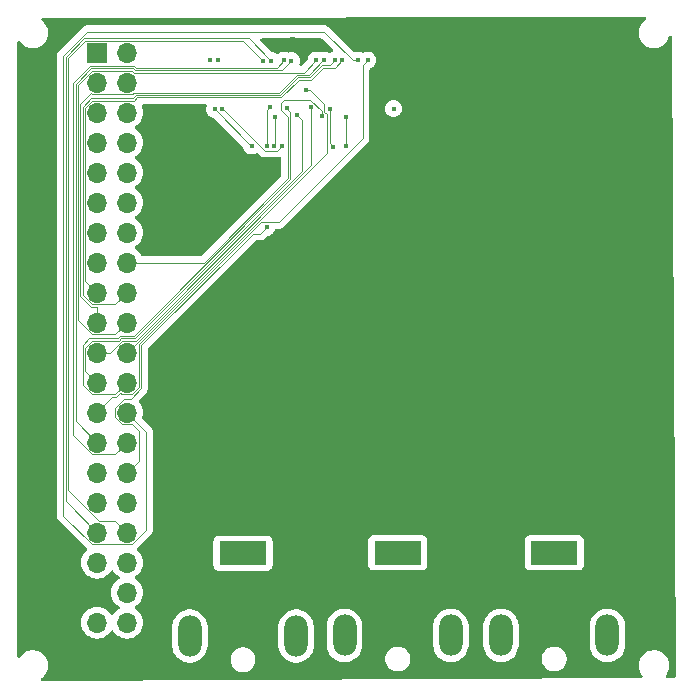
<source format=gbr>
G04 #@! TF.GenerationSoftware,KiCad,Pcbnew,9.0.5*
G04 #@! TF.CreationDate,2025-10-28T18:45:17-07:00*
G04 #@! TF.ProjectId,iris-128b-adapter,69726973-2d31-4323-9862-2d6164617074,rev?*
G04 #@! TF.SameCoordinates,Original*
G04 #@! TF.FileFunction,Copper,L4,Bot*
G04 #@! TF.FilePolarity,Positive*
%FSLAX46Y46*%
G04 Gerber Fmt 4.6, Leading zero omitted, Abs format (unit mm)*
G04 Created by KiCad (PCBNEW 9.0.5) date 2025-10-28 18:45:17*
%MOMM*%
%LPD*%
G01*
G04 APERTURE LIST*
G04 #@! TA.AperFunction,ComponentPad*
%ADD10R,4.000000X2.000000*%
G04 #@! TD*
G04 #@! TA.AperFunction,ComponentPad*
%ADD11O,3.300000X2.000000*%
G04 #@! TD*
G04 #@! TA.AperFunction,ComponentPad*
%ADD12O,2.000000X3.500000*%
G04 #@! TD*
G04 #@! TA.AperFunction,ComponentPad*
%ADD13R,1.700000X1.700000*%
G04 #@! TD*
G04 #@! TA.AperFunction,ComponentPad*
%ADD14O,1.700000X1.700000*%
G04 #@! TD*
G04 #@! TA.AperFunction,ViaPad*
%ADD15C,0.450000*%
G04 #@! TD*
G04 #@! TA.AperFunction,ViaPad*
%ADD16C,0.500000*%
G04 #@! TD*
G04 #@! TA.AperFunction,ViaPad*
%ADD17C,0.600000*%
G04 #@! TD*
G04 #@! TA.AperFunction,Conductor*
%ADD18C,0.101600*%
G04 #@! TD*
G04 APERTURE END LIST*
D10*
X152650000Y-117950000D03*
D11*
X152650000Y-123950000D03*
D12*
X148150000Y-124950000D03*
X157150000Y-124950000D03*
D10*
X139400000Y-117950000D03*
D11*
X139400000Y-123950000D03*
D12*
X134900000Y-124950000D03*
X143900000Y-124950000D03*
D13*
X113950000Y-75605000D03*
D14*
X116490000Y-75605000D03*
X113950000Y-78145000D03*
X116490000Y-78145000D03*
X113950000Y-80685000D03*
X116490000Y-80685000D03*
X113950000Y-83225000D03*
X116490000Y-83225000D03*
X113950000Y-85765000D03*
X116490000Y-85765000D03*
X113950000Y-88305000D03*
X116490000Y-88305000D03*
X113950000Y-90845000D03*
X116490000Y-90845000D03*
X113950000Y-93385000D03*
X116490000Y-93385000D03*
X113950000Y-95925000D03*
X116490000Y-95925000D03*
X113950000Y-98465000D03*
X116490000Y-98465000D03*
X113950000Y-101005000D03*
X116490000Y-101005000D03*
X113950000Y-103545000D03*
X116490000Y-103545000D03*
X113950000Y-106085000D03*
X116490000Y-106085000D03*
X113950000Y-108625000D03*
X116490000Y-108625000D03*
X113950000Y-111165000D03*
X116490000Y-111165000D03*
X113950000Y-113705000D03*
X116490000Y-113705000D03*
X113950000Y-116245000D03*
X116490000Y-116245000D03*
X113950000Y-118785000D03*
X116490000Y-118785000D03*
X113950000Y-121325000D03*
X116490000Y-121325000D03*
X113950000Y-123865000D03*
X116490000Y-123865000D03*
D10*
X126300000Y-118000000D03*
D11*
X126300000Y-124000000D03*
D12*
X121800000Y-125000000D03*
X130800000Y-125000000D03*
D15*
X133950000Y-83600000D03*
X135050000Y-81100000D03*
X133650000Y-80350000D03*
X135050000Y-83550000D03*
X136850000Y-76250000D03*
D16*
X121000000Y-113375000D03*
X128700000Y-92300000D03*
X120850000Y-104000000D03*
D15*
X158457825Y-87217500D03*
D17*
X134575000Y-113525000D03*
X146750000Y-74600000D03*
D16*
X134750000Y-92300000D03*
X140350000Y-81850000D03*
X120125000Y-80925000D03*
X128225000Y-103975000D03*
D17*
X128325000Y-113450000D03*
X130500000Y-74550000D03*
D16*
X120825000Y-92225000D03*
D17*
X142425000Y-113350000D03*
D16*
X134125000Y-103875000D03*
D17*
X155975000Y-74625000D03*
D15*
X130400000Y-76300000D03*
X132500000Y-76250000D03*
X134100477Y-76226017D03*
X139050000Y-80350000D03*
X130025000Y-80325000D03*
X128700000Y-76300000D03*
X128000000Y-76300000D03*
X132050000Y-80250000D03*
X129050000Y-81025000D03*
X128950000Y-83500000D03*
X134700000Y-76250000D03*
X131600000Y-78750000D03*
X129600000Y-83500000D03*
X124550000Y-80400000D03*
X123550000Y-76250000D03*
X136050000Y-76250000D03*
X132953668Y-81016259D03*
X129800000Y-76250000D03*
X128550000Y-80250000D03*
X128300000Y-90400000D03*
X128300000Y-83500000D03*
X124150003Y-76250000D03*
X133175000Y-76250000D03*
X130875000Y-80900000D03*
X123900000Y-80400000D03*
X127050000Y-83500000D03*
D18*
X133650000Y-83300000D02*
X133650000Y-80550000D01*
X133650000Y-80550000D02*
X133750000Y-80450000D01*
X133950000Y-83600000D02*
X133650000Y-83300000D01*
X135050000Y-83550000D02*
X135050000Y-81100000D01*
X115249400Y-104750600D02*
X113950000Y-106050000D01*
X116074792Y-104547400D02*
X115924880Y-104397488D01*
X115924880Y-104397488D02*
X115571768Y-104750600D01*
X127825800Y-89974200D02*
X117492400Y-100307600D01*
X113950000Y-106050000D02*
X113950000Y-106085000D01*
X129325800Y-89974200D02*
X127825800Y-89974200D01*
X116905208Y-104547400D02*
X116074792Y-104547400D01*
X136850000Y-76250000D02*
X136450000Y-76650000D01*
X117492400Y-100307600D02*
X117492400Y-103960208D01*
X117492400Y-103960208D02*
X116905208Y-104547400D01*
X136450000Y-82850000D02*
X129325800Y-89974200D01*
X136450000Y-76650000D02*
X136450000Y-82850000D01*
X115571768Y-104750600D02*
X115249400Y-104750600D01*
X129603200Y-77096800D02*
X117146776Y-77096800D01*
X113450624Y-76939400D02*
X112134800Y-78255224D01*
X112134800Y-78255224D02*
X112134800Y-106809800D01*
X112134800Y-106809800D02*
X113950000Y-108625000D01*
X116989376Y-76939400D02*
X113450624Y-76939400D01*
X117146776Y-77096800D02*
X116989376Y-76939400D01*
X130400000Y-76300000D02*
X129603200Y-77096800D01*
X132500000Y-76250000D02*
X131450000Y-77300000D01*
X117062608Y-77300000D02*
X116905208Y-77142600D01*
X112338000Y-78339392D02*
X112338000Y-98270608D01*
X116905208Y-77142600D02*
X113534792Y-77142600D01*
X115487600Y-99467400D02*
X116490000Y-98465000D01*
X112338000Y-98270608D02*
X113534792Y-99467400D01*
X113534792Y-99467400D02*
X115487600Y-99467400D01*
X113534792Y-77142600D02*
X112338000Y-78339392D01*
X131450000Y-77300000D02*
X117062608Y-77300000D01*
X116989376Y-79479400D02*
X113450624Y-79479400D01*
X112744400Y-96137008D02*
X113534792Y-96927400D01*
X130930968Y-77706400D02*
X129434168Y-79203200D01*
X132963741Y-76675800D02*
X131933141Y-77706400D01*
X113450624Y-79479400D02*
X112744400Y-80185624D01*
X117265576Y-79203200D02*
X116989376Y-79479400D01*
X129434168Y-79203200D02*
X117265576Y-79203200D01*
X131933141Y-77706400D02*
X130930968Y-77706400D01*
X133650694Y-76675800D02*
X132963741Y-76675800D01*
X115487600Y-96927400D02*
X116490000Y-95925000D01*
X134100477Y-76226017D02*
X133650694Y-76675800D01*
X113534792Y-96927400D02*
X115487600Y-96927400D01*
X112744400Y-80185624D02*
X112744400Y-96137008D01*
X130300000Y-80600000D02*
X130050000Y-80350000D01*
X116490000Y-103545000D02*
X115487600Y-104547400D01*
X113534792Y-104547400D02*
X112744400Y-103757008D01*
X112744400Y-100355600D02*
X113303200Y-99796800D01*
X115879064Y-99596200D02*
X117036696Y-99596200D01*
X130050000Y-80350000D02*
X130050000Y-80200000D01*
X130300000Y-86332896D02*
X130300000Y-80600000D01*
X113303200Y-99796800D02*
X115678464Y-99796800D01*
X117036696Y-99596200D02*
X130300000Y-86332896D01*
X115678464Y-99796800D02*
X115879064Y-99596200D01*
X115487600Y-104547400D02*
X113534792Y-104547400D01*
X112744400Y-103757008D02*
X112744400Y-100355600D01*
X128700000Y-76300000D02*
X126799400Y-74399400D01*
X112863432Y-74399400D02*
X111303200Y-75959632D01*
X126799400Y-74399400D02*
X112863432Y-74399400D01*
X111303200Y-113598200D02*
X113950000Y-116245000D01*
X111303200Y-75959632D02*
X111303200Y-113598200D01*
X115487600Y-115242600D02*
X116490000Y-116245000D01*
X111506400Y-112679008D02*
X114069992Y-115242600D01*
X126302600Y-74602600D02*
X112947600Y-74602600D01*
X111506400Y-76043800D02*
X111506400Y-112679008D01*
X128000000Y-76300000D02*
X126302600Y-74602600D01*
X114069992Y-115242600D02*
X115487600Y-115242600D01*
X112947600Y-74602600D02*
X111506400Y-76043800D01*
X117205032Y-100002600D02*
X132050000Y-85157632D01*
X132050000Y-85157632D02*
X132050000Y-80300000D01*
X115045000Y-101005000D02*
X116047400Y-100002600D01*
X116047400Y-100002600D02*
X117205032Y-100002600D01*
X113950000Y-101005000D02*
X115045000Y-101005000D01*
X129050000Y-81025000D02*
X129050000Y-83400000D01*
X129050000Y-83400000D02*
X128950000Y-83500000D01*
X113534792Y-79682600D02*
X112947600Y-80269792D01*
X132017309Y-77909600D02*
X131015136Y-77909600D01*
X131015136Y-77909600D02*
X129518336Y-79406400D01*
X134700000Y-76250000D02*
X134071000Y-76879000D01*
X112947600Y-80269792D02*
X112947600Y-94922600D01*
X117349744Y-79406400D02*
X117073544Y-79682600D01*
X133047909Y-76879000D02*
X132017309Y-77909600D01*
X117073544Y-79682600D02*
X113534792Y-79682600D01*
X134071000Y-76879000D02*
X133047909Y-76879000D01*
X112947600Y-94922600D02*
X113950000Y-95925000D01*
X129518336Y-79406400D02*
X117349744Y-79406400D01*
X133200000Y-79962632D02*
X133200000Y-80660418D01*
X131600000Y-78750000D02*
X131987368Y-78750000D01*
X133379468Y-84115532D02*
X116490000Y-101005000D01*
X131987368Y-78750000D02*
X133200000Y-79962632D01*
X133379468Y-80839886D02*
X133379468Y-84115532D01*
X133200000Y-80660418D02*
X133379468Y-80839886D01*
X129600000Y-83500000D02*
X129174200Y-83925800D01*
X129174200Y-83925800D02*
X128123627Y-83925800D01*
X128123627Y-83925800D02*
X124600000Y-80402173D01*
X113534792Y-117247400D02*
X116905208Y-117247400D01*
X118100000Y-107695000D02*
X116490000Y-106085000D01*
X136050000Y-76250000D02*
X135600000Y-76250000D01*
X111100000Y-114812608D02*
X113534792Y-117247400D01*
X133200000Y-73850000D02*
X113125464Y-73850000D01*
X118100000Y-116052608D02*
X118100000Y-107695000D01*
X135600000Y-76250000D02*
X133200000Y-73850000D01*
X111100000Y-75875464D02*
X111100000Y-114812608D01*
X113125464Y-73850000D02*
X111100000Y-75875464D01*
X116905208Y-117247400D02*
X118100000Y-116052608D01*
X129759600Y-79600000D02*
X132002173Y-79600000D01*
X122960528Y-93385000D02*
X130096800Y-86248728D01*
X116490000Y-93385000D02*
X122960528Y-93385000D01*
X129500000Y-80500000D02*
X129500000Y-79859600D01*
X129500000Y-79859600D02*
X129759600Y-79600000D01*
X130096800Y-86248728D02*
X130096800Y-81096800D01*
X130096800Y-81096800D02*
X129500000Y-80500000D01*
X132950000Y-80547827D02*
X132950000Y-80950000D01*
X132002173Y-79600000D02*
X132950000Y-80547827D01*
X117073544Y-76736200D02*
X113366456Y-76736200D01*
X117230944Y-76893600D02*
X117073544Y-76736200D01*
X111931600Y-108024208D02*
X113534792Y-109627400D01*
X129800000Y-76250000D02*
X129156400Y-76893600D01*
X129156400Y-76893600D02*
X117230944Y-76893600D01*
X111931600Y-78171056D02*
X111931600Y-108024208D01*
X113534792Y-109627400D02*
X115487600Y-109627400D01*
X113366456Y-76736200D02*
X111931600Y-78171056D01*
X115487600Y-109627400D02*
X116490000Y-108625000D01*
X116490000Y-111165000D02*
X117492400Y-110162600D01*
X128300000Y-80450000D02*
X128500000Y-80250000D01*
X117695600Y-100391768D02*
X127137368Y-90950000D01*
X127137368Y-90950000D02*
X127750000Y-90950000D01*
X117492400Y-110162600D02*
X117492400Y-107674592D01*
X128500000Y-80250000D02*
X128500000Y-80150000D01*
X116257392Y-104900000D02*
X116839976Y-104900000D01*
X115487600Y-105669792D02*
X116257392Y-104900000D01*
X127750000Y-90950000D02*
X128300000Y-90400000D01*
X116074792Y-107087400D02*
X115487600Y-106500208D01*
X117492400Y-107674592D02*
X116905208Y-107087400D01*
X117695600Y-104044376D02*
X117695600Y-100391768D01*
X116839976Y-104900000D02*
X117695600Y-104044376D01*
X128300000Y-83500000D02*
X128300000Y-80450000D01*
X116905208Y-107087400D02*
X116074792Y-107087400D01*
X115487600Y-106500208D02*
X115487600Y-105669792D01*
X133102173Y-76250000D02*
X131848973Y-77503200D01*
X116905208Y-79147400D02*
X113534792Y-79147400D01*
X113534792Y-79147400D02*
X113443696Y-79056304D01*
X133175000Y-76250000D02*
X133102173Y-76250000D01*
X130846800Y-77503200D02*
X129350000Y-79000000D01*
X112541200Y-79958800D02*
X112541200Y-96221176D01*
X131848973Y-77503200D02*
X130846800Y-77503200D01*
X112541200Y-96221176D02*
X113450624Y-97130600D01*
X113950000Y-97130600D02*
X113950000Y-98465000D01*
X117052608Y-79000000D02*
X116905208Y-79147400D01*
X113450624Y-97130600D02*
X113950000Y-97130600D01*
X113443696Y-79056304D02*
X112541200Y-79958800D01*
X129350000Y-79000000D02*
X117052608Y-79000000D01*
X115963232Y-99799400D02*
X117120864Y-99799400D01*
X112947600Y-102542600D02*
X112947600Y-100589792D01*
X115762632Y-100000000D02*
X115963232Y-99799400D01*
X131300000Y-81325000D02*
X130875000Y-80900000D01*
X131300000Y-85620264D02*
X131300000Y-81325000D01*
X117120864Y-99799400D02*
X131300000Y-85620264D01*
X112947600Y-100589792D02*
X113537392Y-100000000D01*
X113537392Y-100000000D02*
X115762632Y-100000000D01*
X113950000Y-103545000D02*
X112947600Y-102542600D01*
X123900000Y-80400000D02*
X127000000Y-83500000D01*
X127000000Y-83500000D02*
X127050000Y-83500000D01*
G04 #@! TA.AperFunction,Conductor*
G36*
X123178411Y-79977385D02*
G01*
X123224166Y-80030189D01*
X123234110Y-80099347D01*
X123228414Y-80122654D01*
X123188212Y-80237544D01*
X123169909Y-80399996D01*
X123169909Y-80400003D01*
X123188212Y-80562455D01*
X123242210Y-80716774D01*
X123329192Y-80855204D01*
X123444796Y-80970808D01*
X123583225Y-81057789D01*
X123737539Y-81111786D01*
X123737545Y-81111786D01*
X123737547Y-81111787D01*
X123801023Y-81118939D01*
X123865438Y-81146005D01*
X123874822Y-81154478D01*
X126301870Y-83581526D01*
X126335355Y-83642849D01*
X126337408Y-83655315D01*
X126338212Y-83662452D01*
X126338214Y-83662461D01*
X126392210Y-83816774D01*
X126451317Y-83910842D01*
X126479192Y-83955204D01*
X126594796Y-84070808D01*
X126733225Y-84157789D01*
X126887539Y-84211786D01*
X126887542Y-84211786D01*
X126887544Y-84211787D01*
X127049996Y-84230091D01*
X127050000Y-84230091D01*
X127050004Y-84230091D01*
X127212457Y-84211787D01*
X127212459Y-84211786D01*
X127212461Y-84211786D01*
X127366775Y-84157789D01*
X127411511Y-84129678D01*
X127478742Y-84110678D01*
X127545578Y-84131044D01*
X127565162Y-84146991D01*
X127785121Y-84366950D01*
X127910833Y-84439530D01*
X128051047Y-84477100D01*
X128051049Y-84477100D01*
X129246778Y-84477100D01*
X129246780Y-84477100D01*
X129386994Y-84439530D01*
X129386995Y-84439529D01*
X129389407Y-84438883D01*
X129459256Y-84440546D01*
X129517119Y-84479709D01*
X129544623Y-84543937D01*
X129545500Y-84558658D01*
X129545500Y-85969010D01*
X129525815Y-86036049D01*
X129509181Y-86056691D01*
X122768491Y-92797381D01*
X122707168Y-92830866D01*
X122680810Y-92833700D01*
X117802033Y-92833700D01*
X117734994Y-92814015D01*
X117689651Y-92762104D01*
X117664037Y-92707175D01*
X117664034Y-92707169D01*
X117528494Y-92513597D01*
X117361402Y-92346506D01*
X117361396Y-92346501D01*
X117175842Y-92216575D01*
X117132217Y-92161998D01*
X117125023Y-92092500D01*
X117156546Y-92030145D01*
X117175842Y-92013425D01*
X117198026Y-91997891D01*
X117361401Y-91883495D01*
X117528495Y-91716401D01*
X117664035Y-91522830D01*
X117763903Y-91308663D01*
X117825063Y-91080408D01*
X117845659Y-90845000D01*
X117825063Y-90609592D01*
X117763903Y-90381337D01*
X117664035Y-90167171D01*
X117658425Y-90159158D01*
X117528494Y-89973597D01*
X117361402Y-89806506D01*
X117361396Y-89806501D01*
X117175842Y-89676575D01*
X117132217Y-89621998D01*
X117125023Y-89552500D01*
X117156546Y-89490145D01*
X117175842Y-89473425D01*
X117247999Y-89422900D01*
X117361401Y-89343495D01*
X117528495Y-89176401D01*
X117664035Y-88982830D01*
X117763903Y-88768663D01*
X117825063Y-88540408D01*
X117845659Y-88305000D01*
X117825063Y-88069592D01*
X117763903Y-87841337D01*
X117664035Y-87627171D01*
X117658425Y-87619158D01*
X117528494Y-87433597D01*
X117361402Y-87266506D01*
X117361396Y-87266501D01*
X117175842Y-87136575D01*
X117132217Y-87081998D01*
X117125023Y-87012500D01*
X117156546Y-86950145D01*
X117175842Y-86933425D01*
X117198026Y-86917891D01*
X117361401Y-86803495D01*
X117528495Y-86636401D01*
X117664035Y-86442830D01*
X117763903Y-86228663D01*
X117825063Y-86000408D01*
X117845659Y-85765000D01*
X117825063Y-85529592D01*
X117763903Y-85301337D01*
X117664035Y-85087171D01*
X117658425Y-85079158D01*
X117528494Y-84893597D01*
X117361402Y-84726506D01*
X117361396Y-84726501D01*
X117175842Y-84596575D01*
X117132217Y-84541998D01*
X117125023Y-84472500D01*
X117156546Y-84410145D01*
X117175842Y-84393425D01*
X117213656Y-84366947D01*
X117361401Y-84263495D01*
X117528495Y-84096401D01*
X117664035Y-83902830D01*
X117763903Y-83688663D01*
X117825063Y-83460408D01*
X117845659Y-83225000D01*
X117825063Y-82989592D01*
X117763903Y-82761337D01*
X117664035Y-82547171D01*
X117658425Y-82539158D01*
X117528494Y-82353597D01*
X117361402Y-82186506D01*
X117361396Y-82186501D01*
X117175842Y-82056575D01*
X117132217Y-82001998D01*
X117125023Y-81932500D01*
X117156546Y-81870145D01*
X117175842Y-81853425D01*
X117198026Y-81837891D01*
X117361401Y-81723495D01*
X117528495Y-81556401D01*
X117664035Y-81362830D01*
X117763903Y-81148663D01*
X117825063Y-80920408D01*
X117845659Y-80685000D01*
X117844064Y-80666775D01*
X117833265Y-80543338D01*
X117825063Y-80449592D01*
X117771583Y-80250000D01*
X117763905Y-80221344D01*
X117763904Y-80221343D01*
X117763903Y-80221337D01*
X117723226Y-80134105D01*
X117712734Y-80065027D01*
X117741254Y-80001243D01*
X117799731Y-79963004D01*
X117835608Y-79957700D01*
X123111372Y-79957700D01*
X123178411Y-79977385D01*
G37*
G04 #@! TD.AperFunction*
G04 #@! TA.AperFunction,Conductor*
G36*
X132987321Y-74420985D02*
G01*
X133007963Y-74437619D01*
X133907041Y-75336697D01*
X133940526Y-75398020D01*
X133935542Y-75467712D01*
X133893670Y-75523645D01*
X133860315Y-75541420D01*
X133783700Y-75568228D01*
X133684626Y-75630481D01*
X133617389Y-75649481D01*
X133552682Y-75630481D01*
X133491774Y-75592210D01*
X133337455Y-75538212D01*
X133175004Y-75519909D01*
X133174996Y-75519909D01*
X133012544Y-75538212D01*
X132878454Y-75585132D01*
X132808675Y-75588693D01*
X132796546Y-75585132D01*
X132662455Y-75538212D01*
X132500004Y-75519909D01*
X132499996Y-75519909D01*
X132337544Y-75538212D01*
X132183225Y-75592210D01*
X132044795Y-75679192D01*
X131929192Y-75794795D01*
X131842210Y-75933225D01*
X131788214Y-76087539D01*
X131781060Y-76151026D01*
X131753992Y-76215439D01*
X131745521Y-76224821D01*
X131282738Y-76687605D01*
X131221415Y-76721090D01*
X131151724Y-76716106D01*
X131095790Y-76674235D01*
X131071373Y-76608770D01*
X131078016Y-76558969D01*
X131097644Y-76502876D01*
X131111786Y-76462461D01*
X131111786Y-76462459D01*
X131111787Y-76462457D01*
X131130091Y-76300003D01*
X131130091Y-76299996D01*
X131111787Y-76137544D01*
X131111786Y-76137542D01*
X131111786Y-76137539D01*
X131057789Y-75983225D01*
X130970808Y-75844796D01*
X130855204Y-75729192D01*
X130770155Y-75675752D01*
X130716774Y-75642210D01*
X130562455Y-75588212D01*
X130400004Y-75569909D01*
X130399996Y-75569909D01*
X130237540Y-75588213D01*
X130237539Y-75588213D01*
X130211267Y-75597406D01*
X130141488Y-75600967D01*
X130122523Y-75594222D01*
X129962455Y-75538212D01*
X129800004Y-75519909D01*
X129799996Y-75519909D01*
X129637544Y-75538212D01*
X129483225Y-75592210D01*
X129344795Y-75679192D01*
X129310852Y-75713135D01*
X129249529Y-75746620D01*
X129179837Y-75741634D01*
X129157199Y-75730446D01*
X129155205Y-75729193D01*
X129155204Y-75729192D01*
X129070155Y-75675752D01*
X129016776Y-75642211D01*
X128862455Y-75588212D01*
X128798974Y-75581060D01*
X128734560Y-75553993D01*
X128725177Y-75545521D01*
X127792637Y-74612981D01*
X127759152Y-74551658D01*
X127764136Y-74481966D01*
X127806008Y-74426033D01*
X127871472Y-74401616D01*
X127880318Y-74401300D01*
X132920282Y-74401300D01*
X132987321Y-74420985D01*
G37*
G04 #@! TD.AperFunction*
G04 #@! TA.AperFunction,Conductor*
G36*
X160393651Y-72621675D02*
G01*
X160439454Y-72674438D01*
X160449460Y-72743587D01*
X160420492Y-72807169D01*
X160399591Y-72826369D01*
X160252787Y-72933028D01*
X160252782Y-72933032D01*
X160108028Y-73077786D01*
X159987715Y-73243386D01*
X159894781Y-73425776D01*
X159831522Y-73620465D01*
X159799500Y-73822648D01*
X159799500Y-74027351D01*
X159831522Y-74229534D01*
X159894781Y-74424223D01*
X159958691Y-74549653D01*
X159987338Y-74605875D01*
X159987715Y-74606613D01*
X160108028Y-74772213D01*
X160252786Y-74916971D01*
X160407749Y-75029556D01*
X160418390Y-75037287D01*
X160534607Y-75096503D01*
X160600776Y-75130218D01*
X160600778Y-75130218D01*
X160600781Y-75130220D01*
X160673661Y-75153900D01*
X160795465Y-75193477D01*
X160896557Y-75209488D01*
X160997648Y-75225500D01*
X160997649Y-75225500D01*
X161202351Y-75225500D01*
X161202352Y-75225500D01*
X161404534Y-75193477D01*
X161599219Y-75130220D01*
X161781610Y-75037287D01*
X161874590Y-74969732D01*
X161947213Y-74916971D01*
X161947215Y-74916968D01*
X161947219Y-74916966D01*
X162091966Y-74772219D01*
X162091968Y-74772215D01*
X162091971Y-74772213D01*
X162144732Y-74699590D01*
X162212287Y-74606610D01*
X162305220Y-74424219D01*
X162367772Y-74231703D01*
X162407208Y-74174030D01*
X162471567Y-74146831D01*
X162540413Y-74158746D01*
X162591889Y-74205990D01*
X162609700Y-74269302D01*
X162924244Y-128395089D01*
X162911460Y-128450650D01*
X162908565Y-128456521D01*
X162861262Y-128507942D01*
X162798205Y-128525625D01*
X162202984Y-128528561D01*
X162136878Y-128509535D01*
X162090841Y-128456977D01*
X162080527Y-128387872D01*
X162103040Y-128331977D01*
X162173563Y-128234909D01*
X162212287Y-128181610D01*
X162305220Y-127999219D01*
X162368477Y-127804534D01*
X162400500Y-127602352D01*
X162400500Y-127397648D01*
X162368477Y-127195466D01*
X162305220Y-127000781D01*
X162305218Y-127000778D01*
X162305218Y-127000776D01*
X162252101Y-126896530D01*
X162212287Y-126818390D01*
X162199759Y-126801146D01*
X162091971Y-126652786D01*
X161947213Y-126508028D01*
X161781613Y-126387715D01*
X161781612Y-126387714D01*
X161781610Y-126387713D01*
X161724653Y-126358691D01*
X161599223Y-126294781D01*
X161404534Y-126231522D01*
X161229995Y-126203878D01*
X161202352Y-126199500D01*
X160997648Y-126199500D01*
X160973329Y-126203351D01*
X160795465Y-126231522D01*
X160600776Y-126294781D01*
X160418386Y-126387715D01*
X160252786Y-126508028D01*
X160108028Y-126652786D01*
X159987715Y-126818386D01*
X159894781Y-127000776D01*
X159831522Y-127195465D01*
X159799500Y-127397648D01*
X159799500Y-127602351D01*
X159831522Y-127804534D01*
X159894781Y-127999223D01*
X159987712Y-128181609D01*
X160105511Y-128343747D01*
X160128990Y-128409554D01*
X160113164Y-128477608D01*
X160063058Y-128526302D01*
X160010867Y-128539374D01*
X109311163Y-128789462D01*
X109250283Y-128771856D01*
X109204314Y-128719239D01*
X109194088Y-128650121D01*
X109222854Y-128586448D01*
X109244008Y-128566952D01*
X109347219Y-128491966D01*
X109491966Y-128347219D01*
X109491968Y-128347215D01*
X109491971Y-128347213D01*
X109573563Y-128234909D01*
X109612287Y-128181610D01*
X109705220Y-127999219D01*
X109768477Y-127804534D01*
X109800500Y-127602352D01*
X109800500Y-127397648D01*
X109768477Y-127195466D01*
X109705220Y-127000781D01*
X109705218Y-127000778D01*
X109705218Y-127000776D01*
X109652101Y-126896530D01*
X109612287Y-126818390D01*
X109599759Y-126801146D01*
X109491971Y-126652786D01*
X109347213Y-126508028D01*
X109181613Y-126387715D01*
X109181612Y-126387714D01*
X109181610Y-126387713D01*
X109124653Y-126358691D01*
X108999223Y-126294781D01*
X108804534Y-126231522D01*
X108629995Y-126203878D01*
X108602352Y-126199500D01*
X108397648Y-126199500D01*
X108373329Y-126203351D01*
X108195465Y-126231522D01*
X108000776Y-126294781D01*
X107818386Y-126387715D01*
X107652786Y-126508028D01*
X107508032Y-126652782D01*
X107508028Y-126652787D01*
X107400240Y-126801146D01*
X107344910Y-126843812D01*
X107275297Y-126849791D01*
X107213502Y-126817186D01*
X107179145Y-126756347D01*
X107175922Y-126728206D01*
X107176305Y-125868097D01*
X120299500Y-125868097D01*
X120336446Y-126101368D01*
X120409433Y-126325996D01*
X120499317Y-126502402D01*
X120516657Y-126536433D01*
X120655483Y-126727510D01*
X120822490Y-126894517D01*
X121013567Y-127033343D01*
X121053059Y-127053465D01*
X121224003Y-127140566D01*
X121224005Y-127140566D01*
X121224008Y-127140568D01*
X121344412Y-127179689D01*
X121448631Y-127213553D01*
X121681903Y-127250500D01*
X121681908Y-127250500D01*
X121918097Y-127250500D01*
X122151368Y-127213553D01*
X122375992Y-127140568D01*
X122448803Y-127103469D01*
X125249500Y-127103469D01*
X125289868Y-127306412D01*
X125289870Y-127306420D01*
X125369058Y-127497596D01*
X125484024Y-127669657D01*
X125630342Y-127815975D01*
X125630345Y-127815977D01*
X125802402Y-127930941D01*
X125993580Y-128010130D01*
X126196530Y-128050499D01*
X126196534Y-128050500D01*
X126196535Y-128050500D01*
X126403466Y-128050500D01*
X126403467Y-128050499D01*
X126606420Y-128010130D01*
X126797598Y-127930941D01*
X126969655Y-127815977D01*
X127115977Y-127669655D01*
X127230941Y-127497598D01*
X127310130Y-127306420D01*
X127350500Y-127103465D01*
X127350500Y-126896535D01*
X127310130Y-126693580D01*
X127230941Y-126502402D01*
X127115977Y-126330345D01*
X127115975Y-126330342D01*
X126969657Y-126184024D01*
X126845952Y-126101368D01*
X126797598Y-126069059D01*
X126754888Y-126051368D01*
X126606420Y-125989870D01*
X126606412Y-125989868D01*
X126403469Y-125949500D01*
X126403465Y-125949500D01*
X126196535Y-125949500D01*
X126196530Y-125949500D01*
X125993587Y-125989868D01*
X125993579Y-125989870D01*
X125802403Y-126069058D01*
X125630342Y-126184024D01*
X125484024Y-126330342D01*
X125369058Y-126502403D01*
X125289870Y-126693579D01*
X125289868Y-126693587D01*
X125249500Y-126896530D01*
X125249500Y-127103469D01*
X122448803Y-127103469D01*
X122586433Y-127033343D01*
X122777510Y-126894517D01*
X122944517Y-126727510D01*
X123083343Y-126536433D01*
X123190568Y-126325992D01*
X123263553Y-126101368D01*
X123271472Y-126051368D01*
X123300500Y-125868097D01*
X129299500Y-125868097D01*
X129336446Y-126101368D01*
X129409433Y-126325996D01*
X129499317Y-126502402D01*
X129516657Y-126536433D01*
X129655483Y-126727510D01*
X129822490Y-126894517D01*
X130013567Y-127033343D01*
X130053059Y-127053465D01*
X130224003Y-127140566D01*
X130224005Y-127140566D01*
X130224008Y-127140568D01*
X130344412Y-127179689D01*
X130448631Y-127213553D01*
X130681903Y-127250500D01*
X130681908Y-127250500D01*
X130918097Y-127250500D01*
X131151368Y-127213553D01*
X131375992Y-127140568D01*
X131586433Y-127033343D01*
X131777510Y-126894517D01*
X131944517Y-126727510D01*
X132083343Y-126536433D01*
X132190568Y-126325992D01*
X132263553Y-126101368D01*
X132271472Y-126051368D01*
X132300500Y-125868097D01*
X132300500Y-125818097D01*
X133399500Y-125818097D01*
X133436446Y-126051368D01*
X133509433Y-126275996D01*
X133599317Y-126452402D01*
X133616657Y-126486433D01*
X133755483Y-126677510D01*
X133922490Y-126844517D01*
X134113567Y-126983343D01*
X134211696Y-127033342D01*
X134324003Y-127090566D01*
X134324005Y-127090566D01*
X134324008Y-127090568D01*
X134444412Y-127129689D01*
X134548631Y-127163553D01*
X134781903Y-127200500D01*
X134781908Y-127200500D01*
X135018097Y-127200500D01*
X135251368Y-127163553D01*
X135322114Y-127140566D01*
X135475992Y-127090568D01*
X135548803Y-127053469D01*
X138349500Y-127053469D01*
X138388692Y-127250500D01*
X138389870Y-127256420D01*
X138469059Y-127447598D01*
X138502468Y-127497598D01*
X138584024Y-127619657D01*
X138730342Y-127765975D01*
X138730345Y-127765977D01*
X138902402Y-127880941D01*
X139093580Y-127960130D01*
X139290095Y-127999219D01*
X139296530Y-128000499D01*
X139296534Y-128000500D01*
X139296535Y-128000500D01*
X139503466Y-128000500D01*
X139503467Y-128000499D01*
X139706420Y-127960130D01*
X139897598Y-127880941D01*
X140069655Y-127765977D01*
X140215977Y-127619655D01*
X140330941Y-127447598D01*
X140410130Y-127256420D01*
X140450500Y-127053465D01*
X140450500Y-126846535D01*
X140410130Y-126643580D01*
X140330941Y-126452402D01*
X140215977Y-126280345D01*
X140215975Y-126280342D01*
X140069657Y-126134024D01*
X139945952Y-126051368D01*
X139897598Y-126019059D01*
X139706420Y-125939870D01*
X139706412Y-125939868D01*
X139503469Y-125899500D01*
X139503465Y-125899500D01*
X139296535Y-125899500D01*
X139296530Y-125899500D01*
X139093587Y-125939868D01*
X139093579Y-125939870D01*
X138902403Y-126019058D01*
X138730342Y-126134024D01*
X138584024Y-126280342D01*
X138469058Y-126452403D01*
X138389870Y-126643579D01*
X138389868Y-126643587D01*
X138349500Y-126846530D01*
X138349500Y-127053469D01*
X135548803Y-127053469D01*
X135686433Y-126983343D01*
X135877510Y-126844517D01*
X136044517Y-126677510D01*
X136183343Y-126486433D01*
X136290568Y-126275992D01*
X136363553Y-126051368D01*
X136373294Y-125989868D01*
X136400500Y-125818097D01*
X142399500Y-125818097D01*
X142436446Y-126051368D01*
X142509433Y-126275996D01*
X142599317Y-126452402D01*
X142616657Y-126486433D01*
X142755483Y-126677510D01*
X142922490Y-126844517D01*
X143113567Y-126983343D01*
X143211696Y-127033342D01*
X143324003Y-127090566D01*
X143324005Y-127090566D01*
X143324008Y-127090568D01*
X143444412Y-127129689D01*
X143548631Y-127163553D01*
X143781903Y-127200500D01*
X143781908Y-127200500D01*
X144018097Y-127200500D01*
X144251368Y-127163553D01*
X144322114Y-127140566D01*
X144475992Y-127090568D01*
X144686433Y-126983343D01*
X144877510Y-126844517D01*
X145044517Y-126677510D01*
X145183343Y-126486433D01*
X145290568Y-126275992D01*
X145363553Y-126051368D01*
X145373294Y-125989868D01*
X145400500Y-125818097D01*
X146649500Y-125818097D01*
X146686446Y-126051368D01*
X146759433Y-126275996D01*
X146849317Y-126452402D01*
X146866657Y-126486433D01*
X147005483Y-126677510D01*
X147172490Y-126844517D01*
X147363567Y-126983343D01*
X147461696Y-127033342D01*
X147574003Y-127090566D01*
X147574005Y-127090566D01*
X147574008Y-127090568D01*
X147694412Y-127129689D01*
X147798631Y-127163553D01*
X148031903Y-127200500D01*
X148031908Y-127200500D01*
X148268097Y-127200500D01*
X148501368Y-127163553D01*
X148572114Y-127140566D01*
X148725992Y-127090568D01*
X148798803Y-127053469D01*
X151599500Y-127053469D01*
X151638692Y-127250500D01*
X151639870Y-127256420D01*
X151719059Y-127447598D01*
X151752468Y-127497598D01*
X151834024Y-127619657D01*
X151980342Y-127765975D01*
X151980345Y-127765977D01*
X152152402Y-127880941D01*
X152343580Y-127960130D01*
X152540095Y-127999219D01*
X152546530Y-128000499D01*
X152546534Y-128000500D01*
X152546535Y-128000500D01*
X152753466Y-128000500D01*
X152753467Y-128000499D01*
X152956420Y-127960130D01*
X153147598Y-127880941D01*
X153319655Y-127765977D01*
X153465977Y-127619655D01*
X153580941Y-127447598D01*
X153660130Y-127256420D01*
X153700500Y-127053465D01*
X153700500Y-126846535D01*
X153660130Y-126643580D01*
X153580941Y-126452402D01*
X153465977Y-126280345D01*
X153465975Y-126280342D01*
X153319657Y-126134024D01*
X153195952Y-126051368D01*
X153147598Y-126019059D01*
X152956420Y-125939870D01*
X152956412Y-125939868D01*
X152753469Y-125899500D01*
X152753465Y-125899500D01*
X152546535Y-125899500D01*
X152546530Y-125899500D01*
X152343587Y-125939868D01*
X152343579Y-125939870D01*
X152152403Y-126019058D01*
X151980342Y-126134024D01*
X151834024Y-126280342D01*
X151719058Y-126452403D01*
X151639870Y-126643579D01*
X151639868Y-126643587D01*
X151599500Y-126846530D01*
X151599500Y-127053469D01*
X148798803Y-127053469D01*
X148936433Y-126983343D01*
X149127510Y-126844517D01*
X149294517Y-126677510D01*
X149433343Y-126486433D01*
X149540568Y-126275992D01*
X149613553Y-126051368D01*
X149623294Y-125989868D01*
X149650500Y-125818097D01*
X155649500Y-125818097D01*
X155686446Y-126051368D01*
X155759433Y-126275996D01*
X155849317Y-126452402D01*
X155866657Y-126486433D01*
X156005483Y-126677510D01*
X156172490Y-126844517D01*
X156363567Y-126983343D01*
X156461696Y-127033342D01*
X156574003Y-127090566D01*
X156574005Y-127090566D01*
X156574008Y-127090568D01*
X156694412Y-127129689D01*
X156798631Y-127163553D01*
X157031903Y-127200500D01*
X157031908Y-127200500D01*
X157268097Y-127200500D01*
X157501368Y-127163553D01*
X157572114Y-127140566D01*
X157725992Y-127090568D01*
X157936433Y-126983343D01*
X158127510Y-126844517D01*
X158294517Y-126677510D01*
X158433343Y-126486433D01*
X158540568Y-126275992D01*
X158613553Y-126051368D01*
X158623294Y-125989868D01*
X158650500Y-125818097D01*
X158650500Y-124081902D01*
X158613553Y-123848631D01*
X158556812Y-123674003D01*
X158540568Y-123624008D01*
X158540566Y-123624005D01*
X158540566Y-123624003D01*
X158433342Y-123413566D01*
X158418376Y-123392967D01*
X158294517Y-123222490D01*
X158127510Y-123055483D01*
X157936433Y-122916657D01*
X157725996Y-122809433D01*
X157501368Y-122736446D01*
X157268097Y-122699500D01*
X157268092Y-122699500D01*
X157031908Y-122699500D01*
X157031903Y-122699500D01*
X156798631Y-122736446D01*
X156574003Y-122809433D01*
X156363566Y-122916657D01*
X156257666Y-122993599D01*
X156172490Y-123055483D01*
X156172488Y-123055485D01*
X156172487Y-123055485D01*
X156005485Y-123222487D01*
X156005485Y-123222488D01*
X156005483Y-123222490D01*
X155969158Y-123272487D01*
X155866657Y-123413566D01*
X155759433Y-123624003D01*
X155686446Y-123848631D01*
X155649500Y-124081902D01*
X155649500Y-125818097D01*
X149650500Y-125818097D01*
X149650500Y-124081902D01*
X149613553Y-123848631D01*
X149556812Y-123674003D01*
X149540568Y-123624008D01*
X149540566Y-123624005D01*
X149540566Y-123624003D01*
X149433342Y-123413566D01*
X149418376Y-123392967D01*
X149294517Y-123222490D01*
X149127510Y-123055483D01*
X148936433Y-122916657D01*
X148725996Y-122809433D01*
X148501368Y-122736446D01*
X148268097Y-122699500D01*
X148268092Y-122699500D01*
X148031908Y-122699500D01*
X148031903Y-122699500D01*
X147798631Y-122736446D01*
X147574003Y-122809433D01*
X147363566Y-122916657D01*
X147257666Y-122993599D01*
X147172490Y-123055483D01*
X147172488Y-123055485D01*
X147172487Y-123055485D01*
X147005485Y-123222487D01*
X147005485Y-123222488D01*
X147005483Y-123222490D01*
X146969158Y-123272487D01*
X146866657Y-123413566D01*
X146759433Y-123624003D01*
X146686446Y-123848631D01*
X146649500Y-124081902D01*
X146649500Y-125818097D01*
X145400500Y-125818097D01*
X145400500Y-124081902D01*
X145363553Y-123848631D01*
X145306812Y-123674003D01*
X145290568Y-123624008D01*
X145290566Y-123624005D01*
X145290566Y-123624003D01*
X145183342Y-123413566D01*
X145168376Y-123392967D01*
X145044517Y-123222490D01*
X144877510Y-123055483D01*
X144686433Y-122916657D01*
X144475996Y-122809433D01*
X144251368Y-122736446D01*
X144018097Y-122699500D01*
X144018092Y-122699500D01*
X143781908Y-122699500D01*
X143781903Y-122699500D01*
X143548631Y-122736446D01*
X143324003Y-122809433D01*
X143113566Y-122916657D01*
X143007666Y-122993599D01*
X142922490Y-123055483D01*
X142922488Y-123055485D01*
X142922487Y-123055485D01*
X142755485Y-123222487D01*
X142755485Y-123222488D01*
X142755483Y-123222490D01*
X142719158Y-123272487D01*
X142616657Y-123413566D01*
X142509433Y-123624003D01*
X142436446Y-123848631D01*
X142399500Y-124081902D01*
X142399500Y-125818097D01*
X136400500Y-125818097D01*
X136400500Y-124081902D01*
X136363553Y-123848631D01*
X136306812Y-123674003D01*
X136290568Y-123624008D01*
X136290566Y-123624005D01*
X136290566Y-123624003D01*
X136183342Y-123413566D01*
X136168376Y-123392967D01*
X136044517Y-123222490D01*
X135877510Y-123055483D01*
X135686433Y-122916657D01*
X135475996Y-122809433D01*
X135251368Y-122736446D01*
X135018097Y-122699500D01*
X135018092Y-122699500D01*
X134781908Y-122699500D01*
X134781903Y-122699500D01*
X134548631Y-122736446D01*
X134324003Y-122809433D01*
X134113566Y-122916657D01*
X134007666Y-122993599D01*
X133922490Y-123055483D01*
X133922488Y-123055485D01*
X133922487Y-123055485D01*
X133755485Y-123222487D01*
X133755485Y-123222488D01*
X133755483Y-123222490D01*
X133719158Y-123272487D01*
X133616657Y-123413566D01*
X133509433Y-123624003D01*
X133436446Y-123848631D01*
X133399500Y-124081902D01*
X133399500Y-125818097D01*
X132300500Y-125818097D01*
X132300500Y-124131902D01*
X132263553Y-123898631D01*
X132190566Y-123674003D01*
X132083342Y-123463566D01*
X131944517Y-123272490D01*
X131777510Y-123105483D01*
X131586433Y-122966657D01*
X131375996Y-122859433D01*
X131151368Y-122786446D01*
X130918097Y-122749500D01*
X130918092Y-122749500D01*
X130681908Y-122749500D01*
X130681903Y-122749500D01*
X130448631Y-122786446D01*
X130224003Y-122859433D01*
X130013566Y-122966657D01*
X129904550Y-123045862D01*
X129822490Y-123105483D01*
X129822488Y-123105485D01*
X129822487Y-123105485D01*
X129655485Y-123272487D01*
X129655485Y-123272488D01*
X129655483Y-123272490D01*
X129595862Y-123354550D01*
X129516657Y-123463566D01*
X129409433Y-123674003D01*
X129336446Y-123898631D01*
X129299500Y-124131902D01*
X129299500Y-125868097D01*
X123300500Y-125868097D01*
X123300500Y-124131902D01*
X123263553Y-123898631D01*
X123190566Y-123674003D01*
X123083342Y-123463566D01*
X122944517Y-123272490D01*
X122777510Y-123105483D01*
X122586433Y-122966657D01*
X122375996Y-122859433D01*
X122151368Y-122786446D01*
X121918097Y-122749500D01*
X121918092Y-122749500D01*
X121681908Y-122749500D01*
X121681903Y-122749500D01*
X121448631Y-122786446D01*
X121224003Y-122859433D01*
X121013566Y-122966657D01*
X120904550Y-123045862D01*
X120822490Y-123105483D01*
X120822488Y-123105485D01*
X120822487Y-123105485D01*
X120655485Y-123272487D01*
X120655485Y-123272488D01*
X120655483Y-123272490D01*
X120595862Y-123354550D01*
X120516657Y-123463566D01*
X120409433Y-123674003D01*
X120336446Y-123898631D01*
X120299500Y-124131902D01*
X120299500Y-125868097D01*
X107176305Y-125868097D01*
X107181195Y-114885188D01*
X110548700Y-114885188D01*
X110574325Y-114980823D01*
X110586271Y-115025404D01*
X110586271Y-115025405D01*
X110658847Y-115151110D01*
X110658852Y-115151116D01*
X113078738Y-117571002D01*
X113112223Y-117632325D01*
X113107239Y-117702017D01*
X113078738Y-117746364D01*
X112911506Y-117913596D01*
X112775965Y-118107169D01*
X112775964Y-118107171D01*
X112676098Y-118321335D01*
X112676094Y-118321344D01*
X112614938Y-118549586D01*
X112614936Y-118549596D01*
X112594341Y-118784999D01*
X112594341Y-118785000D01*
X112614936Y-119020403D01*
X112614938Y-119020413D01*
X112676094Y-119248655D01*
X112676096Y-119248659D01*
X112676097Y-119248663D01*
X112770215Y-119450499D01*
X112775965Y-119462830D01*
X112775967Y-119462834D01*
X112884281Y-119617521D01*
X112911505Y-119656401D01*
X113078599Y-119823495D01*
X113175384Y-119891265D01*
X113272165Y-119959032D01*
X113272167Y-119959033D01*
X113272170Y-119959035D01*
X113486337Y-120058903D01*
X113714592Y-120120063D01*
X113902918Y-120136539D01*
X113949999Y-120140659D01*
X113950000Y-120140659D01*
X113950001Y-120140659D01*
X113989234Y-120137226D01*
X114185408Y-120120063D01*
X114413663Y-120058903D01*
X114627830Y-119959035D01*
X114821401Y-119823495D01*
X114988495Y-119656401D01*
X115118425Y-119470842D01*
X115173002Y-119427217D01*
X115242500Y-119420023D01*
X115304855Y-119451546D01*
X115321575Y-119470842D01*
X115451501Y-119656396D01*
X115451506Y-119656402D01*
X115618597Y-119823493D01*
X115618603Y-119823498D01*
X115804158Y-119953425D01*
X115847783Y-120008002D01*
X115854977Y-120077500D01*
X115823454Y-120139855D01*
X115804158Y-120156575D01*
X115618597Y-120286505D01*
X115451505Y-120453597D01*
X115315965Y-120647169D01*
X115315964Y-120647171D01*
X115216098Y-120861335D01*
X115216094Y-120861344D01*
X115154938Y-121089586D01*
X115154936Y-121089596D01*
X115134341Y-121324999D01*
X115134341Y-121325000D01*
X115154936Y-121560403D01*
X115154938Y-121560413D01*
X115216094Y-121788655D01*
X115216096Y-121788659D01*
X115216097Y-121788663D01*
X115315965Y-122002830D01*
X115315967Y-122002834D01*
X115451501Y-122196395D01*
X115451506Y-122196402D01*
X115618597Y-122363493D01*
X115618603Y-122363498D01*
X115804158Y-122493425D01*
X115847783Y-122548002D01*
X115854977Y-122617500D01*
X115823454Y-122679855D01*
X115804158Y-122696575D01*
X115618597Y-122826505D01*
X115451505Y-122993597D01*
X115321575Y-123179158D01*
X115266998Y-123222783D01*
X115197500Y-123229977D01*
X115135145Y-123198454D01*
X115118425Y-123179158D01*
X114988494Y-122993597D01*
X114821402Y-122826506D01*
X114821395Y-122826501D01*
X114627834Y-122690967D01*
X114627830Y-122690965D01*
X114627828Y-122690964D01*
X114413663Y-122591097D01*
X114413659Y-122591096D01*
X114413655Y-122591094D01*
X114185413Y-122529938D01*
X114185403Y-122529936D01*
X113950001Y-122509341D01*
X113949999Y-122509341D01*
X113714596Y-122529936D01*
X113714586Y-122529938D01*
X113486344Y-122591094D01*
X113486335Y-122591098D01*
X113272171Y-122690964D01*
X113272169Y-122690965D01*
X113078597Y-122826505D01*
X112911505Y-122993597D01*
X112775965Y-123187169D01*
X112775964Y-123187171D01*
X112676098Y-123401335D01*
X112676094Y-123401344D01*
X112614938Y-123629586D01*
X112614936Y-123629596D01*
X112594341Y-123864999D01*
X112594341Y-123865000D01*
X112614936Y-124100403D01*
X112614938Y-124100413D01*
X112676094Y-124328655D01*
X112676096Y-124328659D01*
X112676097Y-124328663D01*
X112680000Y-124337032D01*
X112775965Y-124542830D01*
X112775967Y-124542834D01*
X112884281Y-124697521D01*
X112911505Y-124736401D01*
X113078599Y-124903495D01*
X113175384Y-124971265D01*
X113272165Y-125039032D01*
X113272167Y-125039033D01*
X113272170Y-125039035D01*
X113486337Y-125138903D01*
X113714592Y-125200063D01*
X113902918Y-125216539D01*
X113949999Y-125220659D01*
X113950000Y-125220659D01*
X113950001Y-125220659D01*
X113989234Y-125217226D01*
X114185408Y-125200063D01*
X114413663Y-125138903D01*
X114627830Y-125039035D01*
X114821401Y-124903495D01*
X114988495Y-124736401D01*
X115118425Y-124550842D01*
X115173002Y-124507217D01*
X115242500Y-124500023D01*
X115304855Y-124531546D01*
X115321575Y-124550842D01*
X115451500Y-124736395D01*
X115451505Y-124736401D01*
X115618599Y-124903495D01*
X115715384Y-124971265D01*
X115812165Y-125039032D01*
X115812167Y-125039033D01*
X115812170Y-125039035D01*
X116026337Y-125138903D01*
X116254592Y-125200063D01*
X116442918Y-125216539D01*
X116489999Y-125220659D01*
X116490000Y-125220659D01*
X116490001Y-125220659D01*
X116529234Y-125217226D01*
X116725408Y-125200063D01*
X116953663Y-125138903D01*
X117167830Y-125039035D01*
X117361401Y-124903495D01*
X117528495Y-124736401D01*
X117664035Y-124542830D01*
X117763903Y-124328663D01*
X117825063Y-124100408D01*
X117845659Y-123865000D01*
X117825063Y-123629592D01*
X117763903Y-123401337D01*
X117664035Y-123187171D01*
X117658425Y-123179158D01*
X117528494Y-122993597D01*
X117361402Y-122826506D01*
X117361396Y-122826501D01*
X117175842Y-122696575D01*
X117132217Y-122641998D01*
X117125023Y-122572500D01*
X117156546Y-122510145D01*
X117175842Y-122493425D01*
X117198026Y-122477891D01*
X117361401Y-122363495D01*
X117528495Y-122196401D01*
X117664035Y-122002830D01*
X117763903Y-121788663D01*
X117825063Y-121560408D01*
X117845659Y-121325000D01*
X117825063Y-121089592D01*
X117763903Y-120861337D01*
X117664035Y-120647171D01*
X117528495Y-120453599D01*
X117528494Y-120453597D01*
X117361402Y-120286506D01*
X117361396Y-120286501D01*
X117175842Y-120156575D01*
X117132217Y-120101998D01*
X117125023Y-120032500D01*
X117156546Y-119970145D01*
X117175842Y-119953425D01*
X117198026Y-119937891D01*
X117361401Y-119823495D01*
X117528495Y-119656401D01*
X117664035Y-119462830D01*
X117763903Y-119248663D01*
X117817705Y-119047870D01*
X123799500Y-119047870D01*
X123799501Y-119047876D01*
X123805908Y-119107483D01*
X123856202Y-119242328D01*
X123856206Y-119242335D01*
X123942452Y-119357544D01*
X123942455Y-119357547D01*
X124057664Y-119443793D01*
X124057671Y-119443797D01*
X124192517Y-119494091D01*
X124192516Y-119494091D01*
X124199444Y-119494835D01*
X124252127Y-119500500D01*
X128347872Y-119500499D01*
X128407483Y-119494091D01*
X128542331Y-119443796D01*
X128657546Y-119357546D01*
X128743796Y-119242331D01*
X128794091Y-119107483D01*
X128800500Y-119047873D01*
X128800500Y-118997870D01*
X136899500Y-118997870D01*
X136899501Y-118997876D01*
X136905908Y-119057483D01*
X136956202Y-119192328D01*
X136956206Y-119192335D01*
X137042452Y-119307544D01*
X137042455Y-119307547D01*
X137157664Y-119393793D01*
X137157671Y-119393797D01*
X137292517Y-119444091D01*
X137292516Y-119444091D01*
X137299444Y-119444835D01*
X137352127Y-119450500D01*
X141447872Y-119450499D01*
X141507483Y-119444091D01*
X141642331Y-119393796D01*
X141757546Y-119307546D01*
X141843796Y-119192331D01*
X141894091Y-119057483D01*
X141900500Y-118997873D01*
X141900500Y-118997870D01*
X150149500Y-118997870D01*
X150149501Y-118997876D01*
X150155908Y-119057483D01*
X150206202Y-119192328D01*
X150206206Y-119192335D01*
X150292452Y-119307544D01*
X150292455Y-119307547D01*
X150407664Y-119393793D01*
X150407671Y-119393797D01*
X150542517Y-119444091D01*
X150542516Y-119444091D01*
X150549444Y-119444835D01*
X150602127Y-119450500D01*
X154697872Y-119450499D01*
X154757483Y-119444091D01*
X154892331Y-119393796D01*
X155007546Y-119307546D01*
X155093796Y-119192331D01*
X155144091Y-119057483D01*
X155150500Y-118997873D01*
X155150499Y-116902128D01*
X155144091Y-116842517D01*
X155093796Y-116707669D01*
X155093795Y-116707668D01*
X155093793Y-116707664D01*
X155007547Y-116592455D01*
X155007544Y-116592452D01*
X154892335Y-116506206D01*
X154892328Y-116506202D01*
X154757482Y-116455908D01*
X154757483Y-116455908D01*
X154697883Y-116449501D01*
X154697881Y-116449500D01*
X154697873Y-116449500D01*
X154697864Y-116449500D01*
X150602129Y-116449500D01*
X150602123Y-116449501D01*
X150542516Y-116455908D01*
X150407671Y-116506202D01*
X150407664Y-116506206D01*
X150292455Y-116592452D01*
X150292452Y-116592455D01*
X150206206Y-116707664D01*
X150206202Y-116707671D01*
X150155908Y-116842517D01*
X150150533Y-116892516D01*
X150149501Y-116902123D01*
X150149500Y-116902135D01*
X150149500Y-118997870D01*
X141900500Y-118997870D01*
X141900499Y-116902128D01*
X141894091Y-116842517D01*
X141843796Y-116707669D01*
X141843795Y-116707668D01*
X141843793Y-116707664D01*
X141757547Y-116592455D01*
X141757544Y-116592452D01*
X141642335Y-116506206D01*
X141642328Y-116506202D01*
X141507482Y-116455908D01*
X141507483Y-116455908D01*
X141447883Y-116449501D01*
X141447881Y-116449500D01*
X141447873Y-116449500D01*
X141447864Y-116449500D01*
X137352129Y-116449500D01*
X137352123Y-116449501D01*
X137292516Y-116455908D01*
X137157671Y-116506202D01*
X137157664Y-116506206D01*
X137042455Y-116592452D01*
X137042452Y-116592455D01*
X136956206Y-116707664D01*
X136956202Y-116707671D01*
X136905908Y-116842517D01*
X136900533Y-116892516D01*
X136899501Y-116902123D01*
X136899500Y-116902135D01*
X136899500Y-118997870D01*
X128800500Y-118997870D01*
X128800499Y-116952128D01*
X128794091Y-116892517D01*
X128775442Y-116842517D01*
X128743797Y-116757671D01*
X128743793Y-116757664D01*
X128657547Y-116642455D01*
X128657544Y-116642452D01*
X128542335Y-116556206D01*
X128542328Y-116556202D01*
X128407482Y-116505908D01*
X128407483Y-116505908D01*
X128347883Y-116499501D01*
X128347881Y-116499500D01*
X128347873Y-116499500D01*
X128347864Y-116499500D01*
X124252129Y-116499500D01*
X124252123Y-116499501D01*
X124192516Y-116505908D01*
X124057671Y-116556202D01*
X124057664Y-116556206D01*
X123942455Y-116642452D01*
X123942452Y-116642455D01*
X123856206Y-116757664D01*
X123856202Y-116757671D01*
X123805908Y-116892517D01*
X123799501Y-116952116D01*
X123799501Y-116952123D01*
X123799500Y-116952135D01*
X123799500Y-119047870D01*
X117817705Y-119047870D01*
X117825063Y-119020408D01*
X117845659Y-118785000D01*
X117825063Y-118549592D01*
X117763903Y-118321337D01*
X117664035Y-118107171D01*
X117528495Y-117913599D01*
X117528494Y-117913597D01*
X117361261Y-117746364D01*
X117327776Y-117685041D01*
X117332760Y-117615349D01*
X117361261Y-117571002D01*
X118541150Y-116391114D01*
X118613730Y-116265402D01*
X118651300Y-116125188D01*
X118651300Y-115980028D01*
X118651300Y-107622420D01*
X118613730Y-107482206D01*
X118572620Y-107411002D01*
X118541152Y-107356497D01*
X118541147Y-107356491D01*
X117808062Y-106623406D01*
X117774577Y-106562083D01*
X117775967Y-106503635D01*
X117825063Y-106320408D01*
X117845659Y-106085000D01*
X117825063Y-105849592D01*
X117763903Y-105621337D01*
X117664035Y-105407171D01*
X117563907Y-105264172D01*
X117528494Y-105213597D01*
X117504945Y-105190048D01*
X117471460Y-105128725D01*
X117476444Y-105059033D01*
X117504943Y-105014688D01*
X118136750Y-104382882D01*
X118209330Y-104257170D01*
X118246900Y-104116956D01*
X118246900Y-103971796D01*
X118246900Y-100671486D01*
X118266585Y-100604447D01*
X118283219Y-100583805D01*
X127329405Y-91537619D01*
X127390728Y-91504134D01*
X127417086Y-91501300D01*
X127822578Y-91501300D01*
X127822580Y-91501300D01*
X127962794Y-91463730D01*
X128088506Y-91391150D01*
X128325179Y-91154475D01*
X128386498Y-91120993D01*
X128398955Y-91118941D01*
X128462461Y-91111786D01*
X128616775Y-91057789D01*
X128755204Y-90970808D01*
X128870808Y-90855204D01*
X128957789Y-90716775D01*
X128995660Y-90608545D01*
X129036382Y-90551770D01*
X129101335Y-90526022D01*
X129112702Y-90525500D01*
X129398378Y-90525500D01*
X129398380Y-90525500D01*
X129538594Y-90487930D01*
X129664306Y-90415350D01*
X136891150Y-83188506D01*
X136963730Y-83062794D01*
X137001300Y-82922580D01*
X137001300Y-82777420D01*
X137001300Y-80350003D01*
X138319909Y-80350003D01*
X138338212Y-80512455D01*
X138392210Y-80666774D01*
X138423628Y-80716775D01*
X138479192Y-80805204D01*
X138594796Y-80920808D01*
X138733225Y-81007789D01*
X138887539Y-81061786D01*
X138887542Y-81061786D01*
X138887544Y-81061787D01*
X139049996Y-81080091D01*
X139050000Y-81080091D01*
X139050004Y-81080091D01*
X139212455Y-81061787D01*
X139212456Y-81061786D01*
X139212461Y-81061786D01*
X139366775Y-81007789D01*
X139505204Y-80920808D01*
X139620808Y-80805204D01*
X139707789Y-80666775D01*
X139761786Y-80512461D01*
X139761787Y-80512455D01*
X139780091Y-80350003D01*
X139780091Y-80349996D01*
X139761787Y-80187544D01*
X139761786Y-80187542D01*
X139761786Y-80187539D01*
X139707789Y-80033225D01*
X139620808Y-79894796D01*
X139505204Y-79779192D01*
X139366774Y-79692210D01*
X139212455Y-79638212D01*
X139050004Y-79619909D01*
X139049996Y-79619909D01*
X138887544Y-79638212D01*
X138733225Y-79692210D01*
X138594795Y-79779192D01*
X138479192Y-79894795D01*
X138392210Y-80033225D01*
X138338212Y-80187544D01*
X138319909Y-80349996D01*
X138319909Y-80350003D01*
X137001300Y-80350003D01*
X137001300Y-77053674D01*
X137020985Y-76986635D01*
X137073789Y-76940880D01*
X137084341Y-76936633D01*
X137166775Y-76907789D01*
X137305204Y-76820808D01*
X137420808Y-76705204D01*
X137507789Y-76566775D01*
X137561786Y-76412461D01*
X137561787Y-76412455D01*
X137580091Y-76250003D01*
X137580091Y-76249996D01*
X137561787Y-76087544D01*
X137561786Y-76087542D01*
X137561786Y-76087539D01*
X137507789Y-75933225D01*
X137420808Y-75794796D01*
X137305204Y-75679192D01*
X137299729Y-75675752D01*
X137166774Y-75592210D01*
X137012455Y-75538212D01*
X136850004Y-75519909D01*
X136849996Y-75519909D01*
X136687544Y-75538212D01*
X136533223Y-75592211D01*
X136515968Y-75603053D01*
X136448731Y-75622051D01*
X136384032Y-75603053D01*
X136366776Y-75592211D01*
X136212455Y-75538212D01*
X136050004Y-75519909D01*
X136049996Y-75519909D01*
X135887544Y-75538212D01*
X135798352Y-75569422D01*
X135728573Y-75572983D01*
X135669717Y-75540061D01*
X133538508Y-73408852D01*
X133538502Y-73408847D01*
X133412796Y-73336271D01*
X133412795Y-73336270D01*
X133412794Y-73336270D01*
X133272580Y-73298700D01*
X113198045Y-73298700D01*
X113052884Y-73298700D01*
X112912670Y-73336270D01*
X112912669Y-73336270D01*
X112912667Y-73336271D01*
X112912666Y-73336271D01*
X112786961Y-73408847D01*
X112786955Y-73408852D01*
X110658852Y-75536955D01*
X110658847Y-75536961D01*
X110586271Y-75662666D01*
X110586271Y-75662667D01*
X110586270Y-75662669D01*
X110586270Y-75662670D01*
X110548700Y-75802884D01*
X110548700Y-114740028D01*
X110548700Y-114885188D01*
X107181195Y-114885188D01*
X107199074Y-74728548D01*
X107218788Y-74661519D01*
X107271613Y-74615788D01*
X107340776Y-74605875D01*
X107404318Y-74634928D01*
X107423392Y-74655720D01*
X107508028Y-74772212D01*
X107508032Y-74772217D01*
X107652786Y-74916971D01*
X107807749Y-75029556D01*
X107818390Y-75037287D01*
X107934607Y-75096503D01*
X108000776Y-75130218D01*
X108000778Y-75130218D01*
X108000781Y-75130220D01*
X108073661Y-75153900D01*
X108195465Y-75193477D01*
X108296557Y-75209488D01*
X108397648Y-75225500D01*
X108397649Y-75225500D01*
X108602351Y-75225500D01*
X108602352Y-75225500D01*
X108804534Y-75193477D01*
X108999219Y-75130220D01*
X109181610Y-75037287D01*
X109274590Y-74969732D01*
X109347213Y-74916971D01*
X109347215Y-74916968D01*
X109347219Y-74916966D01*
X109491966Y-74772219D01*
X109491968Y-74772215D01*
X109491971Y-74772213D01*
X109544732Y-74699590D01*
X109612287Y-74606610D01*
X109705220Y-74424219D01*
X109768477Y-74229534D01*
X109800500Y-74027352D01*
X109800500Y-73822648D01*
X109768477Y-73620465D01*
X109705218Y-73425776D01*
X109659612Y-73336270D01*
X109612287Y-73243390D01*
X109604556Y-73232749D01*
X109491971Y-73077786D01*
X109347217Y-72933032D01*
X109347212Y-72933028D01*
X109263749Y-72872389D01*
X109221083Y-72817060D01*
X109215104Y-72747446D01*
X109247709Y-72685651D01*
X109308548Y-72651294D01*
X109336515Y-72648071D01*
X160326596Y-72602051D01*
X160393651Y-72621675D01*
G37*
G04 #@! TD.AperFunction*
G04 #@! TA.AperFunction,Conductor*
G36*
X160005856Y-128540630D02*
G01*
X125575159Y-128724999D01*
X125575000Y-128725000D01*
X109317402Y-128791267D01*
X109311163Y-128789462D01*
X160010867Y-128539374D01*
X160005856Y-128540630D01*
G37*
G04 #@! TD.AperFunction*
G04 #@! TA.AperFunction,Conductor*
G36*
X162798015Y-128525679D02*
G01*
X162204022Y-128528860D01*
X162202984Y-128528561D01*
X162798205Y-128525625D01*
X162798015Y-128525679D01*
G37*
G04 #@! TD.AperFunction*
G04 #@! TA.AperFunction,Conductor*
G36*
X109336515Y-72648071D02*
G01*
X109336508Y-72648071D01*
X148995466Y-72612277D01*
X109336515Y-72648071D01*
G37*
G04 #@! TD.AperFunction*
M02*

</source>
